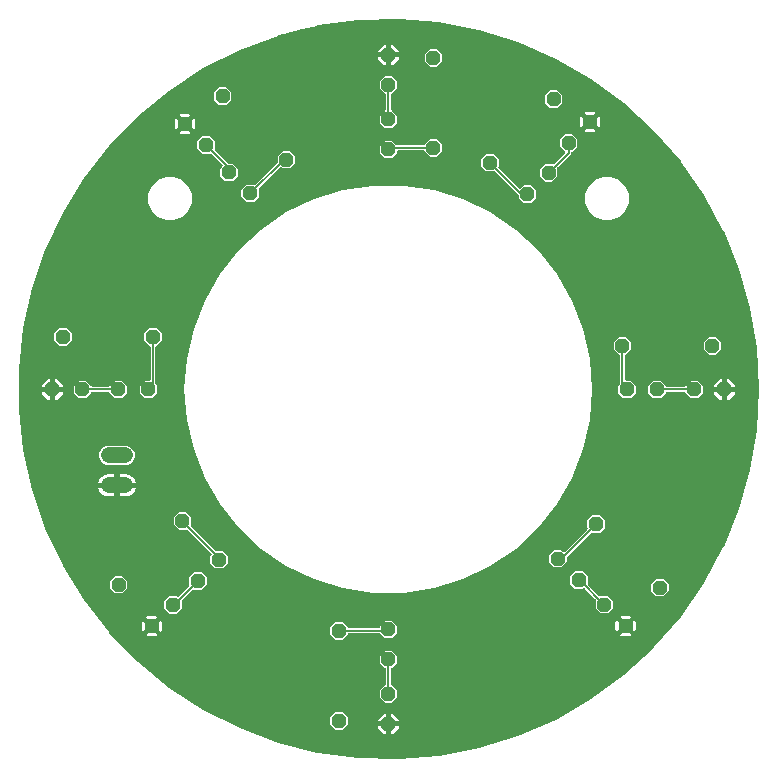
<source format=gbr>
G04 EAGLE Gerber RS-274X export*
G75*
%MOMM*%
%FSLAX34Y34*%
%LPD*%
%INTop Copper*%
%IPPOS*%
%AMOC8*
5,1,8,0,0,1.08239X$1,22.5*%
G01*
%ADD10P,1.319650X8X112.500000*%
%ADD11P,1.319650X8X67.500000*%
%ADD12P,1.319650X8X22.500000*%
%ADD13P,1.319650X8X337.500000*%
%ADD14P,1.319650X8X292.500000*%
%ADD15C,1.371600*%
%ADD16P,1.319650X8X247.500000*%
%ADD17P,1.319650X8X202.500000*%
%ADD18P,1.319650X8X157.500000*%
%ADD19C,0.152400*%

G36*
X364189Y53690D02*
X364189Y53690D01*
X364313Y53692D01*
X398617Y56535D01*
X398631Y56538D01*
X398755Y56554D01*
X432538Y63153D01*
X432552Y63158D01*
X432673Y63187D01*
X465525Y73462D01*
X465539Y73469D01*
X465656Y73511D01*
X497178Y87338D01*
X497191Y87346D01*
X497303Y87401D01*
X527112Y104612D01*
X527124Y104621D01*
X527229Y104688D01*
X554965Y125074D01*
X554975Y125084D01*
X555072Y125163D01*
X580397Y148475D01*
X580406Y148486D01*
X580494Y148576D01*
X603100Y174533D01*
X603109Y174545D01*
X603186Y174643D01*
X622800Y202929D01*
X622806Y202942D01*
X622873Y203049D01*
X639256Y233321D01*
X639261Y233335D01*
X639315Y233447D01*
X652268Y265338D01*
X652272Y265352D01*
X652314Y265471D01*
X661680Y298593D01*
X661682Y298608D01*
X661710Y298729D01*
X667376Y332681D01*
X667376Y332696D01*
X667391Y332820D01*
X669287Y367189D01*
X669286Y367203D01*
X669287Y367328D01*
X667391Y401697D01*
X667388Y401712D01*
X667376Y401836D01*
X661710Y435788D01*
X661706Y435802D01*
X661680Y435924D01*
X652314Y469047D01*
X652308Y469060D01*
X652268Y469179D01*
X639315Y501070D01*
X639308Y501082D01*
X639256Y501196D01*
X622873Y531469D01*
X622864Y531481D01*
X622800Y531588D01*
X603186Y559874D01*
X603177Y559885D01*
X603100Y559985D01*
X580494Y585942D01*
X580483Y585952D01*
X580397Y586042D01*
X555072Y609355D01*
X555061Y609363D01*
X554965Y609444D01*
X527229Y629829D01*
X527216Y629836D01*
X527112Y629905D01*
X497303Y647116D01*
X497289Y647122D01*
X497178Y647179D01*
X465656Y661006D01*
X465642Y661010D01*
X465525Y661055D01*
X432673Y671330D01*
X432659Y671333D01*
X432538Y671364D01*
X398755Y677963D01*
X398740Y677964D01*
X398617Y677982D01*
X364313Y680825D01*
X364299Y680824D01*
X364174Y680829D01*
X329766Y679880D01*
X329751Y679878D01*
X329626Y679869D01*
X295531Y675141D01*
X295517Y675137D01*
X295394Y675114D01*
X282200Y671773D01*
X267163Y667965D01*
X262026Y666664D01*
X262013Y666659D01*
X261893Y666622D01*
X229657Y654553D01*
X229644Y654546D01*
X229529Y654497D01*
X198817Y638955D01*
X198805Y638946D01*
X198696Y638885D01*
X169880Y620058D01*
X169868Y620049D01*
X169767Y619975D01*
X143197Y598093D01*
X143186Y598082D01*
X143094Y597998D01*
X119092Y573326D01*
X119083Y573314D01*
X119000Y573221D01*
X97859Y546058D01*
X97851Y546045D01*
X97779Y545943D01*
X79753Y516619D01*
X79747Y516605D01*
X79687Y516496D01*
X64997Y485367D01*
X64992Y485353D01*
X64944Y485237D01*
X53768Y452681D01*
X53765Y452667D01*
X53730Y452547D01*
X46202Y418959D01*
X46201Y418944D01*
X46179Y418821D01*
X42393Y384609D01*
X42393Y384594D01*
X42385Y384469D01*
X42385Y350048D01*
X42387Y350033D01*
X42393Y349908D01*
X46179Y315696D01*
X46183Y315682D01*
X46202Y315558D01*
X53730Y281970D01*
X53735Y281957D01*
X53768Y281836D01*
X64944Y249280D01*
X64951Y249267D01*
X64997Y249150D01*
X79687Y218021D01*
X79695Y218009D01*
X79753Y217898D01*
X97779Y188574D01*
X97788Y188563D01*
X97859Y188460D01*
X119000Y161297D01*
X119011Y161286D01*
X119092Y161191D01*
X143094Y136519D01*
X143105Y136510D01*
X143197Y136424D01*
X169767Y114542D01*
X169779Y114534D01*
X169880Y114459D01*
X198696Y95632D01*
X198709Y95626D01*
X198817Y95562D01*
X229529Y80020D01*
X229543Y80015D01*
X229657Y79964D01*
X261893Y67895D01*
X261907Y67891D01*
X262026Y67853D01*
X295394Y59403D01*
X295409Y59401D01*
X295531Y59376D01*
X329626Y54648D01*
X329641Y54648D01*
X329766Y54637D01*
X364174Y53688D01*
X364189Y53690D01*
G37*
%LPC*%
G36*
X342693Y195024D02*
X342693Y195024D01*
X317167Y198872D01*
X292499Y206481D01*
X269241Y217681D01*
X247912Y232223D01*
X228989Y249781D01*
X212894Y269964D01*
X199987Y292319D01*
X190556Y316349D01*
X184812Y341517D01*
X182883Y367259D01*
X184812Y393001D01*
X190556Y418168D01*
X199987Y442198D01*
X212894Y464554D01*
X228989Y484736D01*
X247912Y502294D01*
X269241Y516836D01*
X292499Y528036D01*
X317167Y535645D01*
X342693Y539493D01*
X368507Y539493D01*
X394033Y535645D01*
X418701Y528036D01*
X441958Y516836D01*
X463287Y502294D01*
X482211Y484736D01*
X498306Y464553D01*
X511213Y442198D01*
X520644Y418168D01*
X526388Y393001D01*
X528317Y367259D01*
X526388Y341517D01*
X520644Y316349D01*
X511213Y292319D01*
X498306Y269964D01*
X482211Y249781D01*
X463288Y232223D01*
X441959Y217681D01*
X418701Y206481D01*
X394033Y198872D01*
X368507Y195024D01*
X342693Y195024D01*
G37*
%LPD*%
%LPC*%
G36*
X536938Y510387D02*
X536938Y510387D01*
X530169Y513190D01*
X524989Y518371D01*
X522185Y525139D01*
X522185Y532466D01*
X524989Y539234D01*
X530169Y544415D01*
X536938Y547218D01*
X544264Y547218D01*
X551033Y544415D01*
X556213Y539234D01*
X559017Y532466D01*
X559017Y525139D01*
X556213Y518371D01*
X551033Y513190D01*
X544264Y510387D01*
X536938Y510387D01*
G37*
%LPD*%
%LPC*%
G36*
X166936Y510387D02*
X166936Y510387D01*
X160167Y513190D01*
X154987Y518371D01*
X152183Y525139D01*
X152183Y532466D01*
X154987Y539234D01*
X160167Y544415D01*
X166936Y547218D01*
X174262Y547218D01*
X181031Y544415D01*
X186211Y539234D01*
X189015Y532466D01*
X189015Y525139D01*
X186211Y518371D01*
X181031Y513190D01*
X174262Y510387D01*
X166936Y510387D01*
G37*
%LPD*%
%LPC*%
G36*
X149349Y359663D02*
X149349Y359663D01*
X145033Y363979D01*
X145033Y370081D01*
X149349Y374397D01*
X152908Y374397D01*
X153026Y374412D01*
X153145Y374419D01*
X153183Y374432D01*
X153224Y374437D01*
X153334Y374480D01*
X153447Y374517D01*
X153482Y374539D01*
X153519Y374554D01*
X153615Y374623D01*
X153716Y374687D01*
X153744Y374717D01*
X153777Y374740D01*
X153853Y374832D01*
X153934Y374919D01*
X153954Y374954D01*
X153979Y374985D01*
X154030Y375093D01*
X154088Y375197D01*
X154098Y375237D01*
X154115Y375273D01*
X154137Y375390D01*
X154167Y375505D01*
X154171Y375565D01*
X154175Y375585D01*
X154173Y375606D01*
X154177Y375666D01*
X154177Y402844D01*
X154162Y402962D01*
X154155Y403081D01*
X154142Y403119D01*
X154137Y403160D01*
X154094Y403270D01*
X154057Y403383D01*
X154035Y403418D01*
X154020Y403455D01*
X153951Y403551D01*
X153887Y403652D01*
X153857Y403680D01*
X153834Y403713D01*
X153742Y403789D01*
X153655Y403870D01*
X153620Y403890D01*
X153589Y403915D01*
X153481Y403966D01*
X153377Y404024D01*
X153337Y404034D01*
X153301Y404051D01*
X153202Y404070D01*
X148843Y408429D01*
X148843Y414531D01*
X153159Y418847D01*
X159261Y418847D01*
X163577Y414531D01*
X163577Y408429D01*
X159225Y404077D01*
X159196Y404073D01*
X159086Y404030D01*
X158973Y403993D01*
X158938Y403971D01*
X158901Y403956D01*
X158805Y403887D01*
X158704Y403823D01*
X158676Y403793D01*
X158643Y403770D01*
X158567Y403678D01*
X158486Y403591D01*
X158466Y403556D01*
X158441Y403525D01*
X158390Y403417D01*
X158332Y403313D01*
X158322Y403273D01*
X158305Y403237D01*
X158283Y403120D01*
X158253Y403005D01*
X158249Y402945D01*
X158245Y402925D01*
X158247Y402904D01*
X158243Y402844D01*
X158243Y372131D01*
X158255Y372033D01*
X158258Y371934D01*
X158275Y371876D01*
X158283Y371816D01*
X158319Y371724D01*
X158347Y371628D01*
X158377Y371576D01*
X158400Y371520D01*
X158458Y371440D01*
X158508Y371354D01*
X158574Y371279D01*
X158586Y371263D01*
X158596Y371255D01*
X158614Y371234D01*
X159767Y370081D01*
X159767Y363979D01*
X155451Y359663D01*
X149349Y359663D01*
G37*
%LPD*%
%LPC*%
G36*
X209129Y215500D02*
X209129Y215500D01*
X204814Y219815D01*
X204814Y225918D01*
X205452Y226556D01*
X205525Y226650D01*
X205604Y226739D01*
X205622Y226775D01*
X205647Y226807D01*
X205694Y226916D01*
X205748Y227022D01*
X205757Y227062D01*
X205773Y227099D01*
X205792Y227217D01*
X205818Y227333D01*
X205817Y227373D01*
X205823Y227413D01*
X205812Y227532D01*
X205808Y227651D01*
X205797Y227690D01*
X205793Y227730D01*
X205753Y227842D01*
X205720Y227956D01*
X205699Y227991D01*
X205686Y228029D01*
X205619Y228128D01*
X205558Y228230D01*
X205518Y228275D01*
X205507Y228292D01*
X205492Y228306D01*
X205452Y228351D01*
X185652Y248151D01*
X185558Y248224D01*
X185469Y248303D01*
X185433Y248321D01*
X185401Y248346D01*
X185291Y248393D01*
X185185Y248447D01*
X185146Y248456D01*
X185109Y248472D01*
X184991Y248491D01*
X184875Y248517D01*
X184835Y248516D01*
X184795Y248522D01*
X184676Y248511D01*
X184557Y248507D01*
X184518Y248496D01*
X184478Y248492D01*
X184366Y248452D01*
X184252Y248419D01*
X184217Y248398D01*
X184179Y248385D01*
X184095Y248328D01*
X177931Y248328D01*
X173616Y252643D01*
X173616Y258746D01*
X177931Y263062D01*
X184034Y263062D01*
X188349Y258746D01*
X188349Y252592D01*
X188332Y252569D01*
X188284Y252460D01*
X188230Y252354D01*
X188221Y252315D01*
X188205Y252278D01*
X188187Y252160D01*
X188161Y252044D01*
X188162Y252003D01*
X188156Y251964D01*
X188167Y251845D01*
X188170Y251726D01*
X188182Y251687D01*
X188185Y251647D01*
X188226Y251535D01*
X188259Y251420D01*
X188279Y251386D01*
X188293Y251348D01*
X188360Y251249D01*
X188420Y251146D01*
X188460Y251101D01*
X188471Y251084D01*
X188487Y251071D01*
X188527Y251026D01*
X208948Y230605D01*
X209026Y230544D01*
X209098Y230476D01*
X209151Y230447D01*
X209199Y230410D01*
X209290Y230370D01*
X209376Y230323D01*
X209435Y230308D01*
X209491Y230283D01*
X209589Y230268D01*
X209684Y230243D01*
X209784Y230237D01*
X209805Y230234D01*
X209817Y230235D01*
X209845Y230233D01*
X215232Y230233D01*
X219547Y225918D01*
X219547Y219815D01*
X215232Y215500D01*
X209129Y215500D01*
G37*
%LPD*%
%LPC*%
G36*
X495968Y216244D02*
X495968Y216244D01*
X491653Y220559D01*
X491653Y226662D01*
X495968Y230977D01*
X502071Y230977D01*
X503400Y229648D01*
X503495Y229574D01*
X503584Y229496D01*
X503620Y229477D01*
X503652Y229453D01*
X503761Y229405D01*
X503867Y229351D01*
X503906Y229342D01*
X503944Y229326D01*
X504061Y229308D01*
X504177Y229282D01*
X504218Y229283D01*
X504258Y229276D01*
X504376Y229288D01*
X504495Y229291D01*
X504534Y229302D01*
X504574Y229306D01*
X504687Y229347D01*
X504801Y229380D01*
X504835Y229400D01*
X504874Y229414D01*
X504972Y229481D01*
X505075Y229541D01*
X505120Y229581D01*
X505137Y229592D01*
X505150Y229608D01*
X505195Y229648D01*
X523943Y248395D01*
X524016Y248490D01*
X524095Y248579D01*
X524114Y248615D01*
X524138Y248647D01*
X524186Y248756D01*
X524240Y248862D01*
X524249Y248901D01*
X524265Y248939D01*
X524283Y249056D01*
X524309Y249172D01*
X524308Y249213D01*
X524314Y249253D01*
X524303Y249372D01*
X524300Y249490D01*
X524288Y249529D01*
X524285Y249569D01*
X524244Y249681D01*
X524211Y249796D01*
X524191Y249831D01*
X524177Y249869D01*
X524121Y249952D01*
X524121Y256116D01*
X528436Y260431D01*
X534539Y260431D01*
X538854Y256116D01*
X538854Y250013D01*
X534539Y245698D01*
X528385Y245698D01*
X528362Y245716D01*
X528253Y245763D01*
X528147Y245817D01*
X528107Y245826D01*
X528070Y245842D01*
X527952Y245861D01*
X527836Y245887D01*
X527796Y245885D01*
X527756Y245892D01*
X527638Y245881D01*
X527518Y245877D01*
X527479Y245866D01*
X527439Y245862D01*
X527327Y245822D01*
X527213Y245789D01*
X527178Y245768D01*
X527140Y245754D01*
X527042Y245688D01*
X526939Y245627D01*
X526894Y245587D01*
X526877Y245576D01*
X526863Y245561D01*
X526818Y245521D01*
X506758Y225461D01*
X506697Y225383D01*
X506630Y225310D01*
X506600Y225257D01*
X506563Y225210D01*
X506524Y225119D01*
X506476Y225032D01*
X506461Y224973D01*
X506437Y224918D01*
X506421Y224820D01*
X506397Y224724D01*
X506390Y224624D01*
X506387Y224604D01*
X506388Y224591D01*
X506386Y224563D01*
X506386Y220559D01*
X502071Y216244D01*
X495968Y216244D01*
G37*
%LPD*%
%LPC*%
G36*
X470196Y525045D02*
X470196Y525045D01*
X465881Y529360D01*
X465881Y531245D01*
X465869Y531343D01*
X465866Y531442D01*
X465849Y531501D01*
X465841Y531561D01*
X465805Y531653D01*
X465777Y531748D01*
X465746Y531800D01*
X465724Y531856D01*
X465666Y531936D01*
X465616Y532022D01*
X465549Y532097D01*
X465537Y532114D01*
X465528Y532121D01*
X465509Y532143D01*
X446141Y551511D01*
X446046Y551584D01*
X445957Y551663D01*
X445921Y551682D01*
X445889Y551706D01*
X445780Y551754D01*
X445674Y551808D01*
X445635Y551817D01*
X445597Y551833D01*
X445479Y551851D01*
X445364Y551877D01*
X445323Y551876D01*
X445283Y551883D01*
X445164Y551871D01*
X445046Y551868D01*
X445007Y551856D01*
X444967Y551853D01*
X444854Y551812D01*
X444740Y551779D01*
X444705Y551759D01*
X444667Y551745D01*
X444584Y551689D01*
X438420Y551689D01*
X434105Y556004D01*
X434105Y562107D01*
X438420Y566422D01*
X444523Y566422D01*
X448838Y562107D01*
X448838Y555953D01*
X448820Y555930D01*
X448773Y555821D01*
X448719Y555715D01*
X448710Y555675D01*
X448694Y555638D01*
X448675Y555521D01*
X448649Y555404D01*
X448650Y555364D01*
X448644Y555324D01*
X448655Y555206D01*
X448659Y555086D01*
X448670Y555047D01*
X448674Y555007D01*
X448714Y554895D01*
X448747Y554781D01*
X448768Y554746D01*
X448781Y554708D01*
X448848Y554610D01*
X448909Y554507D01*
X448949Y554462D01*
X448960Y554445D01*
X448975Y554431D01*
X449015Y554386D01*
X466012Y537389D01*
X466106Y537316D01*
X466195Y537237D01*
X466231Y537219D01*
X466263Y537194D01*
X466373Y537147D01*
X466479Y537093D01*
X466518Y537084D01*
X466555Y537068D01*
X466673Y537049D01*
X466789Y537023D01*
X466829Y537024D01*
X466869Y537018D01*
X466988Y537029D01*
X467107Y537033D01*
X467146Y537044D01*
X467186Y537048D01*
X467298Y537088D01*
X467412Y537121D01*
X467447Y537142D01*
X467485Y537155D01*
X467584Y537222D01*
X467686Y537283D01*
X467731Y537323D01*
X467748Y537334D01*
X467762Y537349D01*
X467807Y537389D01*
X470196Y539778D01*
X476299Y539778D01*
X480614Y535463D01*
X480614Y529360D01*
X476299Y525045D01*
X470196Y525045D01*
G37*
%LPD*%
%LPC*%
G36*
X310639Y155193D02*
X310639Y155193D01*
X306323Y159509D01*
X306323Y165611D01*
X310639Y169927D01*
X316741Y169927D01*
X321093Y165575D01*
X321097Y165546D01*
X321140Y165436D01*
X321177Y165323D01*
X321199Y165288D01*
X321214Y165251D01*
X321283Y165155D01*
X321347Y165054D01*
X321377Y165026D01*
X321400Y164993D01*
X321492Y164917D01*
X321579Y164836D01*
X321614Y164816D01*
X321645Y164791D01*
X321753Y164740D01*
X321857Y164682D01*
X321897Y164672D01*
X321933Y164655D01*
X322050Y164633D01*
X322165Y164603D01*
X322225Y164599D01*
X322245Y164595D01*
X322266Y164597D01*
X322326Y164593D01*
X346964Y164593D01*
X347082Y164608D01*
X347201Y164615D01*
X347239Y164628D01*
X347280Y164633D01*
X347390Y164676D01*
X347503Y164713D01*
X347538Y164735D01*
X347575Y164750D01*
X347671Y164819D01*
X347772Y164883D01*
X347800Y164913D01*
X347833Y164936D01*
X347909Y165028D01*
X347990Y165115D01*
X348010Y165150D01*
X348035Y165181D01*
X348086Y165289D01*
X348144Y165393D01*
X348154Y165433D01*
X348171Y165469D01*
X348193Y165586D01*
X348223Y165701D01*
X348227Y165761D01*
X348231Y165781D01*
X348229Y165802D01*
X348233Y165862D01*
X348233Y166881D01*
X352549Y171197D01*
X358651Y171197D01*
X362967Y166881D01*
X362967Y160779D01*
X358651Y156463D01*
X352549Y156463D01*
X348856Y160156D01*
X348778Y160216D01*
X348706Y160284D01*
X348653Y160313D01*
X348605Y160350D01*
X348514Y160390D01*
X348427Y160438D01*
X348369Y160453D01*
X348313Y160477D01*
X348215Y160492D01*
X348120Y160517D01*
X348020Y160523D01*
X347999Y160527D01*
X347987Y160525D01*
X347959Y160527D01*
X322326Y160527D01*
X322208Y160512D01*
X322089Y160505D01*
X322051Y160492D01*
X322010Y160487D01*
X321900Y160444D01*
X321787Y160407D01*
X321752Y160385D01*
X321715Y160370D01*
X321619Y160301D01*
X321518Y160237D01*
X321490Y160207D01*
X321457Y160184D01*
X321381Y160092D01*
X321300Y160005D01*
X321280Y159970D01*
X321255Y159939D01*
X321204Y159831D01*
X321146Y159727D01*
X321136Y159687D01*
X321119Y159651D01*
X321100Y159552D01*
X316741Y155193D01*
X310639Y155193D01*
G37*
%LPD*%
%LPC*%
G36*
X235427Y525571D02*
X235427Y525571D01*
X231112Y529886D01*
X231112Y535989D01*
X235427Y540304D01*
X241581Y540304D01*
X241604Y540287D01*
X241713Y540239D01*
X241819Y540185D01*
X241858Y540176D01*
X241895Y540160D01*
X242013Y540142D01*
X242129Y540116D01*
X242170Y540117D01*
X242210Y540111D01*
X242328Y540122D01*
X242447Y540125D01*
X242486Y540137D01*
X242526Y540140D01*
X242638Y540181D01*
X242753Y540214D01*
X242787Y540234D01*
X242825Y540248D01*
X242924Y540315D01*
X243027Y540375D01*
X243072Y540415D01*
X243089Y540426D01*
X243102Y540442D01*
X243147Y540482D01*
X261400Y558735D01*
X261461Y558813D01*
X261529Y558885D01*
X261558Y558938D01*
X261595Y558986D01*
X261635Y559077D01*
X261682Y559163D01*
X261698Y559222D01*
X261722Y559278D01*
X261737Y559376D01*
X261762Y559471D01*
X261768Y559571D01*
X261771Y559592D01*
X261770Y559604D01*
X261772Y559632D01*
X261772Y564493D01*
X266087Y568808D01*
X272190Y568808D01*
X276505Y564493D01*
X276505Y558390D01*
X272190Y554075D01*
X266087Y554075D01*
X265186Y554976D01*
X265092Y555049D01*
X265003Y555128D01*
X264967Y555146D01*
X264935Y555171D01*
X264826Y555218D01*
X264720Y555272D01*
X264680Y555281D01*
X264643Y555297D01*
X264525Y555316D01*
X264409Y555342D01*
X264369Y555341D01*
X264329Y555347D01*
X264210Y555336D01*
X264091Y555332D01*
X264053Y555321D01*
X264012Y555317D01*
X263900Y555277D01*
X263786Y555244D01*
X263751Y555223D01*
X263713Y555210D01*
X263614Y555143D01*
X263512Y555082D01*
X263467Y555042D01*
X263450Y555031D01*
X263436Y555016D01*
X263391Y554976D01*
X246022Y537607D01*
X245949Y537513D01*
X245870Y537424D01*
X245852Y537388D01*
X245827Y537356D01*
X245780Y537246D01*
X245726Y537140D01*
X245717Y537101D01*
X245701Y537064D01*
X245682Y536946D01*
X245656Y536830D01*
X245657Y536790D01*
X245651Y536750D01*
X245662Y536631D01*
X245666Y536512D01*
X245677Y536473D01*
X245681Y536433D01*
X245721Y536321D01*
X245754Y536207D01*
X245775Y536172D01*
X245788Y536134D01*
X245845Y536050D01*
X245845Y529886D01*
X241530Y525571D01*
X235427Y525571D01*
G37*
%LPD*%
%LPC*%
G36*
X352549Y562863D02*
X352549Y562863D01*
X348233Y567179D01*
X348233Y573281D01*
X352549Y577597D01*
X358651Y577597D01*
X362344Y573904D01*
X362422Y573844D01*
X362494Y573776D01*
X362547Y573747D01*
X362595Y573710D01*
X362686Y573670D01*
X362773Y573622D01*
X362831Y573607D01*
X362887Y573583D01*
X362985Y573568D01*
X363080Y573543D01*
X363180Y573537D01*
X363201Y573533D01*
X363213Y573535D01*
X363241Y573533D01*
X385064Y573533D01*
X385182Y573548D01*
X385301Y573555D01*
X385339Y573568D01*
X385380Y573573D01*
X385490Y573616D01*
X385603Y573653D01*
X385638Y573675D01*
X385675Y573690D01*
X385771Y573759D01*
X385872Y573823D01*
X385900Y573853D01*
X385933Y573876D01*
X386009Y573968D01*
X386090Y574055D01*
X386110Y574090D01*
X386135Y574121D01*
X386186Y574229D01*
X386244Y574333D01*
X386254Y574373D01*
X386271Y574409D01*
X386290Y574508D01*
X390649Y578867D01*
X396751Y578867D01*
X401067Y574551D01*
X401067Y568449D01*
X396751Y564133D01*
X390649Y564133D01*
X386297Y568485D01*
X386293Y568514D01*
X386250Y568624D01*
X386213Y568737D01*
X386191Y568772D01*
X386176Y568809D01*
X386107Y568905D01*
X386043Y569006D01*
X386013Y569034D01*
X385990Y569067D01*
X385898Y569143D01*
X385811Y569224D01*
X385776Y569244D01*
X385745Y569269D01*
X385637Y569320D01*
X385533Y569378D01*
X385493Y569388D01*
X385457Y569405D01*
X385340Y569427D01*
X385225Y569457D01*
X385165Y569461D01*
X385145Y569465D01*
X385124Y569463D01*
X385064Y569467D01*
X364236Y569467D01*
X364118Y569452D01*
X363999Y569445D01*
X363961Y569432D01*
X363920Y569427D01*
X363810Y569384D01*
X363697Y569347D01*
X363662Y569325D01*
X363625Y569310D01*
X363529Y569241D01*
X363428Y569177D01*
X363400Y569147D01*
X363367Y569124D01*
X363291Y569032D01*
X363210Y568945D01*
X363190Y568910D01*
X363165Y568879D01*
X363114Y568771D01*
X363056Y568667D01*
X363046Y568627D01*
X363029Y568591D01*
X363007Y568474D01*
X362977Y568359D01*
X362973Y568299D01*
X362969Y568279D01*
X362971Y568258D01*
X362967Y568198D01*
X362967Y567179D01*
X358651Y562863D01*
X352549Y562863D01*
G37*
%LPD*%
%LPC*%
G36*
X554479Y359663D02*
X554479Y359663D01*
X550163Y363979D01*
X550163Y370081D01*
X551316Y371234D01*
X551376Y371312D01*
X551444Y371384D01*
X551473Y371437D01*
X551510Y371485D01*
X551550Y371576D01*
X551598Y371663D01*
X551613Y371721D01*
X551637Y371777D01*
X551652Y371875D01*
X551677Y371970D01*
X551683Y372070D01*
X551687Y372091D01*
X551685Y372103D01*
X551687Y372131D01*
X551687Y395224D01*
X551672Y395342D01*
X551665Y395461D01*
X551652Y395499D01*
X551647Y395540D01*
X551604Y395650D01*
X551567Y395763D01*
X551545Y395798D01*
X551530Y395835D01*
X551461Y395931D01*
X551397Y396032D01*
X551367Y396060D01*
X551344Y396093D01*
X551252Y396169D01*
X551165Y396250D01*
X551130Y396270D01*
X551099Y396295D01*
X550991Y396346D01*
X550887Y396404D01*
X550847Y396414D01*
X550811Y396431D01*
X550712Y396450D01*
X546353Y400809D01*
X546353Y406911D01*
X550669Y411227D01*
X556771Y411227D01*
X561087Y406911D01*
X561087Y400809D01*
X556735Y396457D01*
X556706Y396453D01*
X556596Y396410D01*
X556483Y396373D01*
X556448Y396351D01*
X556411Y396336D01*
X556315Y396267D01*
X556214Y396203D01*
X556186Y396173D01*
X556153Y396150D01*
X556077Y396058D01*
X555996Y395971D01*
X555976Y395936D01*
X555951Y395905D01*
X555900Y395797D01*
X555842Y395693D01*
X555832Y395653D01*
X555815Y395617D01*
X555793Y395500D01*
X555763Y395385D01*
X555759Y395325D01*
X555755Y395305D01*
X555757Y395284D01*
X555753Y395224D01*
X555753Y375666D01*
X555768Y375548D01*
X555775Y375429D01*
X555788Y375391D01*
X555793Y375350D01*
X555836Y375240D01*
X555873Y375127D01*
X555895Y375092D01*
X555910Y375055D01*
X555979Y374959D01*
X556043Y374858D01*
X556073Y374830D01*
X556096Y374797D01*
X556188Y374721D01*
X556275Y374640D01*
X556310Y374620D01*
X556341Y374595D01*
X556449Y374544D01*
X556553Y374486D01*
X556593Y374476D01*
X556629Y374459D01*
X556746Y374437D01*
X556861Y374407D01*
X556921Y374403D01*
X556941Y374399D01*
X556962Y374401D01*
X557022Y374397D01*
X560581Y374397D01*
X564897Y370081D01*
X564897Y363979D01*
X560581Y359663D01*
X554479Y359663D01*
G37*
%LPD*%
%LPC*%
G36*
X117255Y303021D02*
X117255Y303021D01*
X114267Y304259D01*
X111981Y306545D01*
X110743Y309533D01*
X110743Y312767D01*
X111981Y315755D01*
X114267Y318041D01*
X117255Y319279D01*
X134205Y319279D01*
X137193Y318041D01*
X139479Y315755D01*
X140717Y312767D01*
X140717Y309533D01*
X139479Y306545D01*
X137193Y304259D01*
X134205Y303021D01*
X117255Y303021D01*
G37*
%LPD*%
%LPC*%
G36*
X488157Y543006D02*
X488157Y543006D01*
X483842Y547321D01*
X483842Y553424D01*
X488157Y557739D01*
X494311Y557739D01*
X494334Y557721D01*
X494443Y557674D01*
X494549Y557620D01*
X494588Y557611D01*
X494625Y557595D01*
X494743Y557576D01*
X494859Y557550D01*
X494900Y557551D01*
X494940Y557545D01*
X495058Y557556D01*
X495177Y557560D01*
X495216Y557571D01*
X495256Y557575D01*
X495368Y557615D01*
X495483Y557648D01*
X495517Y557669D01*
X495555Y557682D01*
X495654Y557749D01*
X495757Y557810D01*
X495802Y557849D01*
X495819Y557861D01*
X495832Y557876D01*
X495877Y557916D01*
X504811Y566849D01*
X504884Y566944D01*
X504963Y567033D01*
X504981Y567069D01*
X505006Y567101D01*
X505053Y567210D01*
X505107Y567316D01*
X505116Y567355D01*
X505132Y567393D01*
X505151Y567510D01*
X505177Y567626D01*
X505176Y567667D01*
X505182Y567707D01*
X505171Y567825D01*
X505167Y567944D01*
X505156Y567983D01*
X505152Y568023D01*
X505112Y568136D01*
X505079Y568250D01*
X505058Y568284D01*
X505045Y568323D01*
X504978Y568421D01*
X504917Y568524D01*
X504877Y568569D01*
X504866Y568586D01*
X504851Y568599D01*
X504811Y568644D01*
X500915Y572540D01*
X500915Y578643D01*
X505230Y582958D01*
X511333Y582958D01*
X515648Y578643D01*
X515648Y572540D01*
X511297Y568189D01*
X511268Y568185D01*
X511157Y568141D01*
X511044Y568105D01*
X511010Y568083D01*
X510972Y568068D01*
X510876Y567998D01*
X510776Y567934D01*
X510748Y567905D01*
X510715Y567881D01*
X510639Y567790D01*
X510558Y567703D01*
X510538Y567667D01*
X510512Y567636D01*
X510462Y567529D01*
X510404Y567424D01*
X510394Y567385D01*
X510377Y567349D01*
X510354Y567232D01*
X510325Y567116D01*
X510321Y567056D01*
X510317Y567036D01*
X510318Y567016D01*
X510314Y566956D01*
X510314Y566604D01*
X498752Y555041D01*
X498679Y554947D01*
X498600Y554858D01*
X498582Y554822D01*
X498557Y554790D01*
X498510Y554681D01*
X498456Y554575D01*
X498447Y554535D01*
X498431Y554498D01*
X498412Y554380D01*
X498386Y554264D01*
X498387Y554224D01*
X498381Y554184D01*
X498392Y554065D01*
X498396Y553947D01*
X498407Y553908D01*
X498411Y553868D01*
X498451Y553755D01*
X498484Y553641D01*
X498505Y553606D01*
X498518Y553568D01*
X498575Y553485D01*
X498575Y547321D01*
X494260Y543006D01*
X488157Y543006D01*
G37*
%LPD*%
%LPC*%
G36*
X579879Y359663D02*
X579879Y359663D01*
X575563Y363979D01*
X575563Y370081D01*
X579879Y374397D01*
X585981Y374397D01*
X590333Y370045D01*
X590337Y370016D01*
X590380Y369906D01*
X590417Y369793D01*
X590439Y369758D01*
X590454Y369721D01*
X590523Y369625D01*
X590587Y369524D01*
X590617Y369496D01*
X590640Y369463D01*
X590732Y369387D01*
X590819Y369306D01*
X590854Y369286D01*
X590885Y369261D01*
X590993Y369210D01*
X591097Y369152D01*
X591137Y369142D01*
X591173Y369125D01*
X591290Y369103D01*
X591405Y369073D01*
X591465Y369069D01*
X591485Y369065D01*
X591506Y369067D01*
X591566Y369063D01*
X606044Y369063D01*
X606162Y369078D01*
X606281Y369085D01*
X606319Y369098D01*
X606360Y369103D01*
X606470Y369146D01*
X606583Y369183D01*
X606618Y369205D01*
X606655Y369220D01*
X606751Y369289D01*
X606852Y369353D01*
X606880Y369383D01*
X606913Y369406D01*
X606989Y369498D01*
X607070Y369585D01*
X607090Y369620D01*
X607115Y369651D01*
X607166Y369759D01*
X607224Y369863D01*
X607234Y369903D01*
X607251Y369939D01*
X607270Y370038D01*
X611629Y374397D01*
X617731Y374397D01*
X622047Y370081D01*
X622047Y363979D01*
X617731Y359663D01*
X611629Y359663D01*
X607277Y364015D01*
X607273Y364044D01*
X607230Y364154D01*
X607193Y364267D01*
X607171Y364302D01*
X607156Y364339D01*
X607087Y364435D01*
X607023Y364536D01*
X606993Y364564D01*
X606970Y364597D01*
X606878Y364673D01*
X606791Y364754D01*
X606756Y364774D01*
X606725Y364799D01*
X606617Y364850D01*
X606513Y364908D01*
X606473Y364918D01*
X606437Y364935D01*
X606320Y364957D01*
X606205Y364987D01*
X606145Y364991D01*
X606125Y364995D01*
X606104Y364993D01*
X606044Y364997D01*
X591566Y364997D01*
X591448Y364982D01*
X591329Y364975D01*
X591291Y364962D01*
X591250Y364957D01*
X591140Y364914D01*
X591027Y364877D01*
X590992Y364855D01*
X590955Y364840D01*
X590859Y364771D01*
X590758Y364707D01*
X590730Y364677D01*
X590697Y364654D01*
X590621Y364562D01*
X590540Y364475D01*
X590520Y364440D01*
X590495Y364409D01*
X590444Y364301D01*
X590386Y364197D01*
X590376Y364157D01*
X590359Y364121D01*
X590340Y364022D01*
X585981Y359663D01*
X579879Y359663D01*
G37*
%LPD*%
%LPC*%
G36*
X93469Y359663D02*
X93469Y359663D01*
X89153Y363979D01*
X89153Y370081D01*
X93469Y374397D01*
X99571Y374397D01*
X103923Y370045D01*
X103927Y370016D01*
X103970Y369906D01*
X104007Y369793D01*
X104029Y369758D01*
X104044Y369721D01*
X104113Y369625D01*
X104177Y369524D01*
X104207Y369496D01*
X104230Y369463D01*
X104322Y369387D01*
X104409Y369306D01*
X104444Y369286D01*
X104475Y369261D01*
X104583Y369210D01*
X104687Y369152D01*
X104727Y369142D01*
X104763Y369125D01*
X104880Y369103D01*
X104995Y369073D01*
X105055Y369069D01*
X105075Y369065D01*
X105096Y369067D01*
X105156Y369063D01*
X118364Y369063D01*
X118482Y369078D01*
X118601Y369085D01*
X118639Y369098D01*
X118680Y369103D01*
X118790Y369146D01*
X118903Y369183D01*
X118938Y369205D01*
X118975Y369220D01*
X119071Y369289D01*
X119172Y369353D01*
X119200Y369383D01*
X119233Y369406D01*
X119309Y369498D01*
X119390Y369585D01*
X119410Y369620D01*
X119435Y369651D01*
X119486Y369759D01*
X119544Y369863D01*
X119554Y369903D01*
X119571Y369939D01*
X119590Y370038D01*
X123949Y374397D01*
X130051Y374397D01*
X134367Y370081D01*
X134367Y363979D01*
X130051Y359663D01*
X123949Y359663D01*
X119597Y364015D01*
X119593Y364044D01*
X119550Y364154D01*
X119513Y364267D01*
X119491Y364302D01*
X119476Y364339D01*
X119407Y364435D01*
X119343Y364536D01*
X119313Y364564D01*
X119290Y364597D01*
X119198Y364673D01*
X119111Y364754D01*
X119076Y364774D01*
X119045Y364799D01*
X118937Y364850D01*
X118833Y364908D01*
X118793Y364918D01*
X118757Y364935D01*
X118640Y364957D01*
X118525Y364987D01*
X118465Y364991D01*
X118445Y364995D01*
X118424Y364993D01*
X118364Y364997D01*
X105156Y364997D01*
X105038Y364982D01*
X104919Y364975D01*
X104881Y364962D01*
X104840Y364957D01*
X104730Y364914D01*
X104617Y364877D01*
X104582Y364855D01*
X104545Y364840D01*
X104449Y364771D01*
X104348Y364707D01*
X104320Y364677D01*
X104287Y364654D01*
X104211Y364562D01*
X104130Y364475D01*
X104110Y364440D01*
X104085Y364409D01*
X104034Y364301D01*
X103976Y364197D01*
X103966Y364157D01*
X103949Y364121D01*
X103930Y364022D01*
X99571Y359663D01*
X93469Y359663D01*
G37*
%LPD*%
%LPC*%
G36*
X217466Y543532D02*
X217466Y543532D01*
X213151Y547847D01*
X213151Y553950D01*
X214879Y555677D01*
X214952Y555771D01*
X215031Y555861D01*
X215049Y555897D01*
X215074Y555929D01*
X215121Y556038D01*
X215175Y556144D01*
X215184Y556183D01*
X215200Y556221D01*
X215219Y556338D01*
X215245Y556454D01*
X215244Y556495D01*
X215250Y556535D01*
X215239Y556653D01*
X215235Y556772D01*
X215224Y556811D01*
X215220Y556851D01*
X215180Y556963D01*
X215147Y557078D01*
X215126Y557112D01*
X215113Y557151D01*
X215046Y557249D01*
X214985Y557352D01*
X214945Y557397D01*
X214934Y557414D01*
X214919Y557427D01*
X214879Y557472D01*
X205946Y566406D01*
X205851Y566479D01*
X205762Y566558D01*
X205726Y566576D01*
X205694Y566601D01*
X205585Y566648D01*
X205479Y566702D01*
X205440Y566711D01*
X205402Y566727D01*
X205285Y566746D01*
X205169Y566772D01*
X205128Y566771D01*
X205088Y566777D01*
X204970Y566766D01*
X204851Y566762D01*
X204812Y566751D01*
X204772Y566747D01*
X204659Y566707D01*
X204545Y566674D01*
X204511Y566653D01*
X204472Y566640D01*
X204389Y566583D01*
X198225Y566583D01*
X193910Y570898D01*
X193910Y577001D01*
X198225Y581316D01*
X204328Y581316D01*
X208643Y577001D01*
X208643Y570847D01*
X208625Y570824D01*
X208578Y570715D01*
X208524Y570609D01*
X208515Y570570D01*
X208499Y570532D01*
X208480Y570415D01*
X208454Y570299D01*
X208455Y570258D01*
X208449Y570218D01*
X208460Y570100D01*
X208464Y569981D01*
X208475Y569942D01*
X208479Y569902D01*
X208519Y569789D01*
X208552Y569675D01*
X208573Y569641D01*
X208586Y569602D01*
X208653Y569504D01*
X208714Y569401D01*
X208754Y569356D01*
X208765Y569339D01*
X208780Y569326D01*
X208820Y569281D01*
X219464Y558637D01*
X219542Y558576D01*
X219614Y558508D01*
X219667Y558479D01*
X219715Y558442D01*
X219806Y558402D01*
X219893Y558355D01*
X219951Y558340D01*
X220007Y558315D01*
X220105Y558300D01*
X220201Y558275D01*
X220301Y558269D01*
X220321Y558266D01*
X220334Y558267D01*
X220362Y558265D01*
X223569Y558265D01*
X227884Y553950D01*
X227884Y547847D01*
X223569Y543532D01*
X217466Y543532D01*
G37*
%LPD*%
%LPC*%
G36*
X535338Y177400D02*
X535338Y177400D01*
X531023Y181715D01*
X531023Y187869D01*
X531041Y187892D01*
X531088Y188001D01*
X531142Y188107D01*
X531151Y188146D01*
X531167Y188183D01*
X531186Y188301D01*
X531212Y188417D01*
X531211Y188458D01*
X531217Y188498D01*
X531206Y188616D01*
X531202Y188735D01*
X531191Y188774D01*
X531187Y188814D01*
X531147Y188926D01*
X531114Y189041D01*
X531093Y189075D01*
X531080Y189113D01*
X531013Y189212D01*
X530952Y189315D01*
X530912Y189360D01*
X530901Y189377D01*
X530886Y189390D01*
X530846Y189435D01*
X521912Y198369D01*
X521818Y198442D01*
X521729Y198521D01*
X521693Y198539D01*
X521661Y198564D01*
X521552Y198611D01*
X521446Y198665D01*
X521406Y198674D01*
X521369Y198690D01*
X521252Y198709D01*
X521136Y198735D01*
X521095Y198734D01*
X521055Y198740D01*
X520936Y198729D01*
X520818Y198725D01*
X520779Y198714D01*
X520739Y198710D01*
X520626Y198670D01*
X520512Y198637D01*
X520477Y198616D01*
X520439Y198603D01*
X520341Y198536D01*
X520238Y198475D01*
X520193Y198435D01*
X520176Y198424D01*
X520163Y198409D01*
X520117Y198369D01*
X520032Y198283D01*
X513929Y198283D01*
X509614Y202598D01*
X509614Y208701D01*
X513929Y213016D01*
X520032Y213016D01*
X524347Y208701D01*
X524347Y202210D01*
X524359Y202111D01*
X524362Y202012D01*
X524379Y201954D01*
X524387Y201894D01*
X524423Y201802D01*
X524451Y201707D01*
X524482Y201655D01*
X524504Y201598D01*
X524562Y201518D01*
X524612Y201433D01*
X524656Y201383D01*
X524657Y201382D01*
X524658Y201381D01*
X524679Y201357D01*
X524691Y201341D01*
X524700Y201333D01*
X524719Y201312D01*
X533721Y192310D01*
X533815Y192237D01*
X533904Y192158D01*
X533940Y192140D01*
X533972Y192115D01*
X534081Y192068D01*
X534187Y192014D01*
X534227Y192005D01*
X534264Y191989D01*
X534382Y191970D01*
X534497Y191944D01*
X534538Y191945D01*
X534578Y191939D01*
X534697Y191950D01*
X534815Y191954D01*
X534854Y191965D01*
X534894Y191969D01*
X535007Y192009D01*
X535121Y192042D01*
X535156Y192063D01*
X535194Y192076D01*
X535277Y192133D01*
X541441Y192133D01*
X545756Y187818D01*
X545756Y181715D01*
X541441Y177400D01*
X535338Y177400D01*
G37*
%LPD*%
%LPC*%
G36*
X352549Y588263D02*
X352549Y588263D01*
X348233Y592579D01*
X348233Y598681D01*
X352585Y603033D01*
X352614Y603037D01*
X352724Y603080D01*
X352837Y603117D01*
X352872Y603139D01*
X352909Y603154D01*
X353005Y603223D01*
X353106Y603287D01*
X353134Y603317D01*
X353167Y603340D01*
X353243Y603432D01*
X353324Y603519D01*
X353344Y603554D01*
X353369Y603585D01*
X353420Y603693D01*
X353478Y603797D01*
X353488Y603837D01*
X353505Y603873D01*
X353527Y603990D01*
X353557Y604105D01*
X353561Y604165D01*
X353565Y604185D01*
X353563Y604206D01*
X353567Y604266D01*
X353567Y616204D01*
X353552Y616322D01*
X353545Y616441D01*
X353532Y616479D01*
X353527Y616520D01*
X353484Y616630D01*
X353447Y616743D01*
X353425Y616778D01*
X353410Y616815D01*
X353341Y616911D01*
X353277Y617012D01*
X353247Y617040D01*
X353224Y617073D01*
X353132Y617149D01*
X353045Y617230D01*
X353010Y617250D01*
X352979Y617275D01*
X352871Y617326D01*
X352767Y617384D01*
X352727Y617394D01*
X352691Y617411D01*
X352592Y617430D01*
X348233Y621789D01*
X348233Y627891D01*
X352549Y632207D01*
X358651Y632207D01*
X362967Y627891D01*
X362967Y621789D01*
X358615Y617437D01*
X358586Y617433D01*
X358476Y617390D01*
X358363Y617353D01*
X358328Y617331D01*
X358291Y617316D01*
X358195Y617247D01*
X358094Y617183D01*
X358066Y617153D01*
X358033Y617130D01*
X357957Y617038D01*
X357876Y616951D01*
X357856Y616916D01*
X357831Y616885D01*
X357780Y616777D01*
X357722Y616673D01*
X357712Y616633D01*
X357695Y616597D01*
X357673Y616480D01*
X357643Y616365D01*
X357639Y616305D01*
X357635Y616285D01*
X357637Y616264D01*
X357633Y616204D01*
X357633Y604266D01*
X357648Y604148D01*
X357655Y604029D01*
X357668Y603991D01*
X357673Y603950D01*
X357716Y603840D01*
X357753Y603727D01*
X357775Y603692D01*
X357790Y603655D01*
X357859Y603559D01*
X357923Y603458D01*
X357953Y603430D01*
X357976Y603397D01*
X358068Y603321D01*
X358155Y603240D01*
X358190Y603220D01*
X358221Y603195D01*
X358329Y603144D01*
X358433Y603086D01*
X358473Y603076D01*
X358509Y603059D01*
X358608Y603040D01*
X362967Y598681D01*
X362967Y592579D01*
X358651Y588263D01*
X352549Y588263D01*
G37*
%LPD*%
%LPC*%
G36*
X352549Y101853D02*
X352549Y101853D01*
X348233Y106169D01*
X348233Y112271D01*
X352585Y116623D01*
X352614Y116627D01*
X352724Y116670D01*
X352837Y116707D01*
X352872Y116729D01*
X352909Y116744D01*
X353005Y116813D01*
X353106Y116877D01*
X353134Y116907D01*
X353167Y116930D01*
X353243Y117022D01*
X353324Y117109D01*
X353344Y117144D01*
X353369Y117175D01*
X353420Y117283D01*
X353478Y117387D01*
X353488Y117427D01*
X353505Y117463D01*
X353527Y117580D01*
X353557Y117695D01*
X353561Y117755D01*
X353565Y117775D01*
X353563Y117796D01*
X353567Y117856D01*
X353567Y129794D01*
X353552Y129912D01*
X353545Y130031D01*
X353532Y130069D01*
X353527Y130110D01*
X353484Y130220D01*
X353447Y130333D01*
X353425Y130368D01*
X353410Y130405D01*
X353341Y130501D01*
X353277Y130602D01*
X353247Y130630D01*
X353224Y130663D01*
X353132Y130739D01*
X353045Y130820D01*
X353010Y130840D01*
X352979Y130865D01*
X352871Y130916D01*
X352767Y130974D01*
X352727Y130984D01*
X352691Y131001D01*
X352592Y131020D01*
X348233Y135379D01*
X348233Y141481D01*
X352549Y145797D01*
X358651Y145797D01*
X362967Y141481D01*
X362967Y135379D01*
X358615Y131027D01*
X358586Y131023D01*
X358476Y130980D01*
X358363Y130943D01*
X358328Y130921D01*
X358291Y130906D01*
X358195Y130837D01*
X358094Y130773D01*
X358066Y130743D01*
X358033Y130720D01*
X357957Y130628D01*
X357876Y130541D01*
X357856Y130506D01*
X357831Y130475D01*
X357780Y130367D01*
X357722Y130263D01*
X357712Y130223D01*
X357695Y130187D01*
X357673Y130070D01*
X357643Y129955D01*
X357639Y129895D01*
X357635Y129875D01*
X357637Y129854D01*
X357633Y129794D01*
X357633Y117856D01*
X357648Y117738D01*
X357655Y117619D01*
X357668Y117581D01*
X357673Y117540D01*
X357716Y117430D01*
X357753Y117317D01*
X357775Y117282D01*
X357790Y117245D01*
X357859Y117149D01*
X357923Y117048D01*
X357953Y117020D01*
X357976Y116987D01*
X358068Y116911D01*
X358155Y116830D01*
X358190Y116810D01*
X358221Y116785D01*
X358329Y116734D01*
X358433Y116676D01*
X358473Y116666D01*
X358509Y116649D01*
X358608Y116630D01*
X362967Y112271D01*
X362967Y106169D01*
X358651Y101853D01*
X352549Y101853D01*
G37*
%LPD*%
%LPC*%
G36*
X170131Y177246D02*
X170131Y177246D01*
X165816Y181561D01*
X165816Y187664D01*
X170131Y191979D01*
X176234Y191979D01*
X176428Y191784D01*
X176522Y191711D01*
X176612Y191632D01*
X176648Y191614D01*
X176680Y191589D01*
X176789Y191542D01*
X176895Y191488D01*
X176934Y191479D01*
X176971Y191463D01*
X177089Y191444D01*
X177205Y191418D01*
X177246Y191419D01*
X177286Y191413D01*
X177404Y191424D01*
X177523Y191428D01*
X177562Y191439D01*
X177602Y191443D01*
X177714Y191483D01*
X177829Y191516D01*
X177863Y191537D01*
X177901Y191550D01*
X178000Y191617D01*
X178103Y191678D01*
X178148Y191718D01*
X178165Y191729D01*
X178178Y191744D01*
X178223Y191784D01*
X186676Y200237D01*
X186749Y200331D01*
X186828Y200420D01*
X186846Y200456D01*
X186871Y200488D01*
X186918Y200597D01*
X186972Y200703D01*
X186981Y200743D01*
X186997Y200780D01*
X187016Y200898D01*
X187042Y201014D01*
X187041Y201054D01*
X187047Y201094D01*
X187036Y201213D01*
X187032Y201331D01*
X187021Y201370D01*
X187017Y201410D01*
X186977Y201523D01*
X186944Y201637D01*
X186923Y201672D01*
X186910Y201710D01*
X186853Y201793D01*
X186853Y207957D01*
X191168Y212272D01*
X197271Y212272D01*
X201586Y207957D01*
X201586Y201854D01*
X197271Y197539D01*
X191117Y197539D01*
X191094Y197557D01*
X190985Y197604D01*
X190879Y197658D01*
X190840Y197667D01*
X190803Y197683D01*
X190685Y197702D01*
X190569Y197728D01*
X190528Y197727D01*
X190488Y197733D01*
X190370Y197722D01*
X190251Y197718D01*
X190212Y197707D01*
X190172Y197703D01*
X190060Y197663D01*
X189945Y197630D01*
X189911Y197609D01*
X189873Y197596D01*
X189774Y197529D01*
X189671Y197468D01*
X189626Y197428D01*
X189609Y197417D01*
X189596Y197402D01*
X189551Y197362D01*
X180921Y188732D01*
X180860Y188654D01*
X180792Y188582D01*
X180763Y188529D01*
X180726Y188481D01*
X180686Y188390D01*
X180639Y188303D01*
X180623Y188245D01*
X180599Y188189D01*
X180584Y188091D01*
X180559Y187995D01*
X180553Y187895D01*
X180550Y187875D01*
X180551Y187862D01*
X180549Y187834D01*
X180549Y181561D01*
X176234Y177246D01*
X170131Y177246D01*
G37*
%LPD*%
%LPC*%
G36*
X76959Y404113D02*
X76959Y404113D01*
X72643Y408429D01*
X72643Y414531D01*
X76959Y418847D01*
X83061Y418847D01*
X87377Y414531D01*
X87377Y408429D01*
X83061Y404113D01*
X76959Y404113D01*
G37*
%LPD*%
%LPC*%
G36*
X390649Y640333D02*
X390649Y640333D01*
X386333Y644649D01*
X386333Y650751D01*
X390649Y655067D01*
X396751Y655067D01*
X401067Y650751D01*
X401067Y644649D01*
X396751Y640333D01*
X390649Y640333D01*
G37*
%LPD*%
%LPC*%
G36*
X626869Y396493D02*
X626869Y396493D01*
X622553Y400809D01*
X622553Y406911D01*
X626869Y411227D01*
X632971Y411227D01*
X637287Y406911D01*
X637287Y400809D01*
X632971Y396493D01*
X626869Y396493D01*
G37*
%LPD*%
%LPC*%
G36*
X310639Y78993D02*
X310639Y78993D01*
X306323Y83309D01*
X306323Y89411D01*
X310639Y93727D01*
X316741Y93727D01*
X321057Y89411D01*
X321057Y83309D01*
X316741Y78993D01*
X310639Y78993D01*
G37*
%LPD*%
%LPC*%
G36*
X212206Y607956D02*
X212206Y607956D01*
X207891Y612271D01*
X207891Y618374D01*
X212206Y622689D01*
X218309Y622689D01*
X222624Y618374D01*
X222624Y612271D01*
X218309Y607956D01*
X212206Y607956D01*
G37*
%LPD*%
%LPC*%
G36*
X492301Y605570D02*
X492301Y605570D01*
X487986Y609885D01*
X487986Y615988D01*
X492301Y620304D01*
X498404Y620304D01*
X502720Y615988D01*
X502720Y609885D01*
X498404Y605570D01*
X492301Y605570D01*
G37*
%LPD*%
%LPC*%
G36*
X582317Y191816D02*
X582317Y191816D01*
X578002Y196132D01*
X578002Y202234D01*
X582317Y206550D01*
X588420Y206550D01*
X592735Y202234D01*
X592735Y196132D01*
X588420Y191816D01*
X582317Y191816D01*
G37*
%LPD*%
%LPC*%
G36*
X124050Y194447D02*
X124050Y194447D01*
X119734Y198762D01*
X119734Y204865D01*
X124050Y209180D01*
X130153Y209180D01*
X134468Y204865D01*
X134468Y198762D01*
X130153Y194447D01*
X124050Y194447D01*
G37*
%LPD*%
%LPC*%
G36*
X128015Y288035D02*
X128015Y288035D01*
X128015Y295149D01*
X133328Y295149D01*
X134789Y294917D01*
X136196Y294460D01*
X137514Y293788D01*
X138711Y292919D01*
X139757Y291873D01*
X140626Y290676D01*
X141298Y289358D01*
X141728Y288035D01*
X128015Y288035D01*
G37*
%LPD*%
%LPC*%
G36*
X109732Y288035D02*
X109732Y288035D01*
X110162Y289358D01*
X110834Y290676D01*
X111703Y291873D01*
X112749Y292919D01*
X113946Y293788D01*
X115264Y294460D01*
X116671Y294917D01*
X118132Y295149D01*
X123445Y295149D01*
X123445Y288035D01*
X109732Y288035D01*
G37*
%LPD*%
%LPC*%
G36*
X128015Y276351D02*
X128015Y276351D01*
X128015Y283465D01*
X141728Y283465D01*
X141298Y282142D01*
X140626Y280824D01*
X139757Y279627D01*
X138711Y278581D01*
X137514Y277712D01*
X136196Y277040D01*
X134789Y276583D01*
X133328Y276351D01*
X128015Y276351D01*
G37*
%LPD*%
%LPC*%
G36*
X118132Y276351D02*
X118132Y276351D01*
X116671Y276583D01*
X115264Y277040D01*
X113946Y277712D01*
X112749Y278581D01*
X111703Y279627D01*
X110834Y280824D01*
X110162Y282142D01*
X109732Y283465D01*
X123445Y283465D01*
X123445Y276351D01*
X118132Y276351D01*
G37*
%LPD*%
%LPC*%
G36*
X186188Y591910D02*
X186188Y591910D01*
X190859Y596581D01*
X191952Y595488D01*
X191952Y588333D01*
X190859Y587239D01*
X186188Y591910D01*
G37*
%LPD*%
%LPC*%
G36*
X559223Y166806D02*
X559223Y166806D01*
X563894Y171477D01*
X564987Y170383D01*
X564987Y163228D01*
X563894Y162135D01*
X559223Y166806D01*
G37*
%LPD*%
%LPC*%
G36*
X551679Y174349D02*
X551679Y174349D01*
X552773Y175442D01*
X559928Y175442D01*
X561021Y174349D01*
X556350Y169678D01*
X551679Y174349D01*
G37*
%LPD*%
%LPC*%
G36*
X178645Y599454D02*
X178645Y599454D01*
X179738Y600547D01*
X186893Y600547D01*
X187987Y599454D01*
X183316Y594783D01*
X178645Y599454D01*
G37*
%LPD*%
%LPC*%
G36*
X357631Y85851D02*
X357631Y85851D01*
X357631Y92457D01*
X359177Y92457D01*
X364237Y87397D01*
X364237Y85851D01*
X357631Y85851D01*
G37*
%LPD*%
%LPC*%
G36*
X642111Y369061D02*
X642111Y369061D01*
X642111Y375667D01*
X643657Y375667D01*
X648717Y370607D01*
X648717Y369061D01*
X642111Y369061D01*
G37*
%LPD*%
%LPC*%
G36*
X357631Y652271D02*
X357631Y652271D01*
X357631Y658877D01*
X359177Y658877D01*
X364237Y653817D01*
X364237Y652271D01*
X357631Y652271D01*
G37*
%LPD*%
%LPC*%
G36*
X73151Y369061D02*
X73151Y369061D01*
X73151Y375667D01*
X74697Y375667D01*
X79757Y370607D01*
X79757Y369061D01*
X73151Y369061D01*
G37*
%LPD*%
%LPC*%
G36*
X521571Y601096D02*
X521571Y601096D01*
X522665Y602189D01*
X529820Y602189D01*
X530913Y601096D01*
X526242Y596425D01*
X521571Y601096D01*
G37*
%LPD*%
%LPC*%
G36*
X150551Y174195D02*
X150551Y174195D01*
X151644Y175288D01*
X158799Y175288D01*
X159892Y174195D01*
X155222Y169524D01*
X150551Y174195D01*
G37*
%LPD*%
%LPC*%
G36*
X158094Y166652D02*
X158094Y166652D01*
X162765Y171322D01*
X163858Y170229D01*
X163858Y163074D01*
X162765Y161981D01*
X158094Y166652D01*
G37*
%LPD*%
%LPC*%
G36*
X529115Y593552D02*
X529115Y593552D01*
X533786Y598223D01*
X534879Y597130D01*
X534879Y589975D01*
X533786Y588881D01*
X529115Y593552D01*
G37*
%LPD*%
%LPC*%
G36*
X631443Y369061D02*
X631443Y369061D01*
X631443Y370607D01*
X636503Y375667D01*
X638049Y375667D01*
X638049Y369061D01*
X631443Y369061D01*
G37*
%LPD*%
%LPC*%
G36*
X62483Y369061D02*
X62483Y369061D01*
X62483Y370607D01*
X67543Y375667D01*
X69089Y375667D01*
X69089Y369061D01*
X62483Y369061D01*
G37*
%LPD*%
%LPC*%
G36*
X346963Y652271D02*
X346963Y652271D01*
X346963Y653817D01*
X352023Y658877D01*
X353569Y658877D01*
X353569Y652271D01*
X346963Y652271D01*
G37*
%LPD*%
%LPC*%
G36*
X357631Y641603D02*
X357631Y641603D01*
X357631Y648209D01*
X364237Y648209D01*
X364237Y646663D01*
X359177Y641603D01*
X357631Y641603D01*
G37*
%LPD*%
%LPC*%
G36*
X73151Y358393D02*
X73151Y358393D01*
X73151Y364999D01*
X79757Y364999D01*
X79757Y363453D01*
X74697Y358393D01*
X73151Y358393D01*
G37*
%LPD*%
%LPC*%
G36*
X642111Y358393D02*
X642111Y358393D01*
X642111Y364999D01*
X648717Y364999D01*
X648717Y363453D01*
X643657Y358393D01*
X642111Y358393D01*
G37*
%LPD*%
%LPC*%
G36*
X346963Y85851D02*
X346963Y85851D01*
X346963Y87397D01*
X352023Y92457D01*
X353569Y92457D01*
X353569Y85851D01*
X346963Y85851D01*
G37*
%LPD*%
%LPC*%
G36*
X357631Y75183D02*
X357631Y75183D01*
X357631Y81789D01*
X364237Y81789D01*
X364237Y80243D01*
X359177Y75183D01*
X357631Y75183D01*
G37*
%LPD*%
%LPC*%
G36*
X174679Y588333D02*
X174679Y588333D01*
X174679Y595488D01*
X175772Y596581D01*
X180443Y591910D01*
X175772Y587239D01*
X174679Y588333D01*
G37*
%LPD*%
%LPC*%
G36*
X547714Y163228D02*
X547714Y163228D01*
X547714Y170383D01*
X548807Y171476D01*
X553478Y166806D01*
X548807Y162135D01*
X547714Y163228D01*
G37*
%LPD*%
%LPC*%
G36*
X179738Y583274D02*
X179738Y583274D01*
X178645Y584367D01*
X183316Y589038D01*
X187987Y584367D01*
X186893Y583274D01*
X179738Y583274D01*
G37*
%LPD*%
%LPC*%
G36*
X552773Y158169D02*
X552773Y158169D01*
X551679Y159262D01*
X556350Y163933D01*
X561021Y159262D01*
X559928Y158169D01*
X552773Y158169D01*
G37*
%LPD*%
%LPC*%
G36*
X522665Y584916D02*
X522665Y584916D01*
X521571Y586009D01*
X526242Y590680D01*
X530913Y586009D01*
X529820Y584916D01*
X522665Y584916D01*
G37*
%LPD*%
%LPC*%
G36*
X146585Y163074D02*
X146585Y163074D01*
X146585Y170229D01*
X147678Y171322D01*
X152349Y166652D01*
X147678Y161981D01*
X146585Y163074D01*
G37*
%LPD*%
%LPC*%
G36*
X151644Y158015D02*
X151644Y158015D01*
X150551Y159108D01*
X155222Y163779D01*
X159892Y159108D01*
X158799Y158015D01*
X151644Y158015D01*
G37*
%LPD*%
%LPC*%
G36*
X517606Y589975D02*
X517606Y589975D01*
X517606Y597130D01*
X518699Y598223D01*
X523370Y593552D01*
X518699Y588881D01*
X517606Y589975D01*
G37*
%LPD*%
%LPC*%
G36*
X352023Y641603D02*
X352023Y641603D01*
X346963Y646663D01*
X346963Y648209D01*
X353569Y648209D01*
X353569Y641603D01*
X352023Y641603D01*
G37*
%LPD*%
%LPC*%
G36*
X352023Y75183D02*
X352023Y75183D01*
X346963Y80243D01*
X346963Y81789D01*
X353569Y81789D01*
X353569Y75183D01*
X352023Y75183D01*
G37*
%LPD*%
%LPC*%
G36*
X67543Y358393D02*
X67543Y358393D01*
X62483Y363453D01*
X62483Y364999D01*
X69089Y364999D01*
X69089Y358393D01*
X67543Y358393D01*
G37*
%LPD*%
%LPC*%
G36*
X636503Y358393D02*
X636503Y358393D01*
X631443Y363453D01*
X631443Y364999D01*
X638049Y364999D01*
X638049Y358393D01*
X636503Y358393D01*
G37*
%LPD*%
D10*
X355600Y138430D03*
X355600Y163830D03*
X355600Y83820D03*
X355600Y109220D03*
D11*
X194220Y204906D03*
X212180Y222866D03*
X155222Y166652D03*
X173182Y184612D03*
D12*
X127000Y367030D03*
X152400Y367030D03*
X71120Y367030D03*
X96520Y367030D03*
D13*
X220518Y550898D03*
X238478Y532938D03*
X183316Y591910D03*
X201276Y573950D03*
D14*
X355600Y595630D03*
X355600Y570230D03*
X355600Y650240D03*
X355600Y624840D03*
D15*
X132588Y311150D02*
X118872Y311150D01*
X118872Y285750D02*
X132588Y285750D01*
D10*
X313690Y86360D03*
X313690Y162560D03*
D11*
X127101Y201813D03*
X180983Y255695D03*
D12*
X80010Y411480D03*
X156210Y411480D03*
D13*
X215257Y615323D03*
X269139Y561441D03*
D14*
X393700Y647700D03*
X393700Y571500D03*
D16*
X526242Y593552D03*
X508282Y575592D03*
X491208Y550372D03*
X473248Y532412D03*
X495353Y612937D03*
X441471Y559055D03*
D17*
X640080Y367030D03*
X614680Y367030D03*
X582930Y367030D03*
X557530Y367030D03*
X629920Y403860D03*
X553720Y403860D03*
D18*
X556350Y166806D03*
X538390Y184766D03*
X516980Y205650D03*
X499020Y223610D03*
X585369Y199183D03*
X531487Y253065D03*
D19*
X355600Y595630D02*
X355600Y624840D01*
X355600Y163830D02*
X354330Y162560D01*
X313690Y162560D01*
X355600Y138430D02*
X355600Y109220D01*
X194220Y204906D02*
X173926Y184612D01*
X173182Y184612D01*
X212180Y224497D02*
X180983Y255695D01*
X212180Y224497D02*
X212180Y222866D01*
X152400Y367030D02*
X156210Y370840D01*
X156210Y411480D01*
X127000Y367030D02*
X96520Y367030D01*
X220518Y554708D02*
X201276Y573950D01*
X220518Y554708D02*
X220518Y550898D01*
X238478Y532938D02*
X266982Y561441D01*
X269139Y561441D01*
X355600Y570230D02*
X356870Y571500D01*
X393700Y571500D01*
X553720Y403860D02*
X553720Y370840D01*
X557530Y367030D01*
X468115Y532412D02*
X441471Y559055D01*
X468115Y532412D02*
X473248Y532412D01*
X491208Y550372D02*
X508282Y567446D01*
X508282Y575592D01*
X531487Y253065D02*
X502033Y223610D01*
X499020Y223610D01*
X517506Y205650D02*
X538390Y184766D01*
X517506Y205650D02*
X516980Y205650D01*
X582930Y367030D02*
X614680Y367030D01*
M02*

</source>
